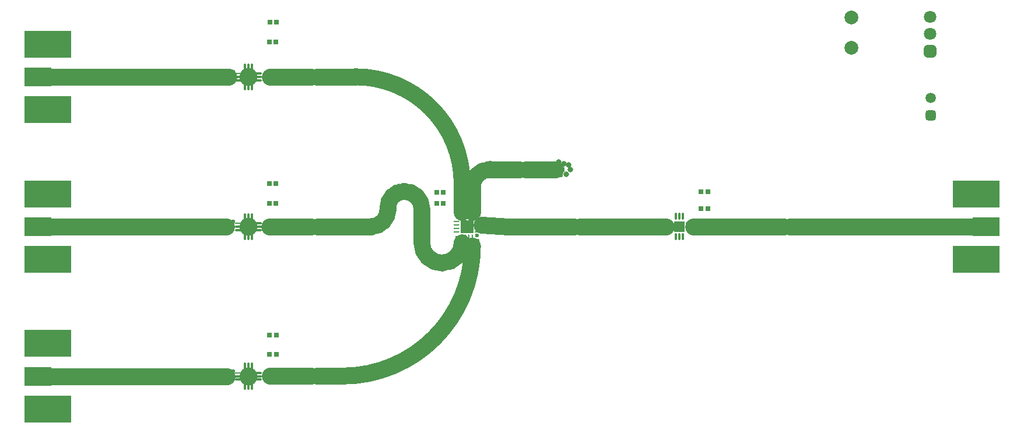
<source format=gts>
G04*
G04 #@! TF.GenerationSoftware,Altium Limited,Altium Designer,25.8.1 (18)*
G04*
G04 Layer_Color=8388736*
%FSLAX44Y44*%
%MOMM*%
G71*
G04*
G04 #@! TF.SameCoordinates,7FA5C237-9263-4F39-8F52-594564EE4E54*
G04*
G04*
G04 #@! TF.FilePolarity,Negative*
G04*
G01*
G75*
%ADD14R,0.6600X0.3600*%
%ADD15R,1.0191X0.2622*%
G04:AMPARAMS|DCode=16|XSize=1.0191mm|YSize=0.2622mm|CornerRadius=0.1311mm|HoleSize=0mm|Usage=FLASHONLY|Rotation=0.000|XOffset=0mm|YOffset=0mm|HoleType=Round|Shape=RoundedRectangle|*
%AMROUNDEDRECTD16*
21,1,1.0191,0.0000,0,0,0.0*
21,1,0.7569,0.2622,0,0,0.0*
1,1,0.2622,0.3785,0.0000*
1,1,0.2622,-0.3785,0.0000*
1,1,0.2622,-0.3785,0.0000*
1,1,0.2622,0.3785,0.0000*
%
%ADD16ROUNDEDRECTD16*%
G04:AMPARAMS|DCode=17|XSize=0.2622mm|YSize=1.0191mm|CornerRadius=0.1311mm|HoleSize=0mm|Usage=FLASHONLY|Rotation=0.000|XOffset=0mm|YOffset=0mm|HoleType=Round|Shape=RoundedRectangle|*
%AMROUNDEDRECTD17*
21,1,0.2622,0.7569,0,0,0.0*
21,1,0.0000,1.0191,0,0,0.0*
1,1,0.2622,0.0000,-0.3785*
1,1,0.2622,0.0000,-0.3785*
1,1,0.2622,0.0000,0.3785*
1,1,0.2622,0.0000,0.3785*
%
%ADD17ROUNDEDRECTD17*%
%ADD19R,0.7154X0.6725*%
G04:AMPARAMS|DCode=20|XSize=0.8461mm|YSize=0.2425mm|CornerRadius=0.1212mm|HoleSize=0mm|Usage=FLASHONLY|Rotation=270.000|XOffset=0mm|YOffset=0mm|HoleType=Round|Shape=RoundedRectangle|*
%AMROUNDEDRECTD20*
21,1,0.8461,0.0000,0,0,270.0*
21,1,0.6036,0.2425,0,0,270.0*
1,1,0.2425,0.0000,-0.3018*
1,1,0.2425,0.0000,0.3018*
1,1,0.2425,0.0000,0.3018*
1,1,0.2425,0.0000,-0.3018*
%
%ADD20ROUNDEDRECTD20*%
G04:AMPARAMS|DCode=21|XSize=0.2425mm|YSize=0.8461mm|CornerRadius=0.1212mm|HoleSize=0mm|Usage=FLASHONLY|Rotation=270.000|XOffset=0mm|YOffset=0mm|HoleType=Round|Shape=RoundedRectangle|*
%AMROUNDEDRECTD21*
21,1,0.2425,0.6036,0,0,270.0*
21,1,0.0000,0.8461,0,0,270.0*
1,1,0.2425,-0.3018,0.0000*
1,1,0.2425,-0.3018,0.0000*
1,1,0.2425,0.3018,0.0000*
1,1,0.2425,0.3018,0.0000*
%
%ADD21ROUNDEDRECTD21*%
%ADD23R,0.2425X0.8461*%
%ADD24C,2.4180*%
%ADD25R,1.5494X1.5494*%
%ADD26R,6.8000X4.0000*%
%ADD27R,1.9200X1.9200*%
%ADD28R,3.9000X2.7000*%
%ADD29C,2.4181*%
G04:AMPARAMS|DCode=30|XSize=1.8mm|YSize=1.8mm|CornerRadius=0.45mm|HoleSize=0mm|Usage=FLASHONLY|Rotation=270.000|XOffset=0mm|YOffset=0mm|HoleType=Round|Shape=RoundedRectangle|*
%AMROUNDEDRECTD30*
21,1,1.8000,0.9000,0,0,270.0*
21,1,0.9000,1.8000,0,0,270.0*
1,1,0.9000,-0.4500,-0.4500*
1,1,0.9000,-0.4500,0.4500*
1,1,0.9000,0.4500,0.4500*
1,1,0.9000,0.4500,-0.4500*
%
%ADD30ROUNDEDRECTD30*%
G04:AMPARAMS|DCode=31|XSize=1.5mm|YSize=1.5mm|CornerRadius=0.375mm|HoleSize=0mm|Usage=FLASHONLY|Rotation=270.000|XOffset=0mm|YOffset=0mm|HoleType=Round|Shape=RoundedRectangle|*
%AMROUNDEDRECTD31*
21,1,1.5000,0.7500,0,0,270.0*
21,1,0.7500,1.5000,0,0,270.0*
1,1,0.7500,-0.3750,-0.3750*
1,1,0.7500,-0.3750,0.3750*
1,1,0.7500,0.3750,0.3750*
1,1,0.7500,0.3750,-0.3750*
%
%ADD31ROUNDEDRECTD31*%
%ADD32C,1.8000*%
%ADD33C,2.0000*%
%ADD34C,1.5000*%
%ADD35C,0.8032*%
%ADD36C,0.6000*%
%ADD37C,2.6000*%
D14*
X286258Y499816D02*
D03*
Y508516D02*
D03*
X910590Y509048D02*
D03*
X286258Y726162D02*
D03*
Y291124D02*
D03*
X974852Y500070D02*
D03*
Y508770D02*
D03*
X910590Y500348D02*
D03*
X347980Y717208D02*
D03*
Y725908D02*
D03*
X286258Y717462D02*
D03*
X347980Y500038D02*
D03*
Y508738D02*
D03*
Y282360D02*
D03*
Y291060D02*
D03*
X286258Y282424D02*
D03*
D15*
X303033Y504928D02*
D03*
Y287504D02*
D03*
Y722352D02*
D03*
X928635Y505102D02*
D03*
D16*
X303033Y499928D02*
D03*
Y494928D02*
D03*
X331978D02*
D03*
Y499928D02*
D03*
Y504928D02*
D03*
X303033Y277504D02*
D03*
X331978D02*
D03*
Y287504D02*
D03*
X303033Y712352D02*
D03*
X331978D02*
D03*
Y722352D02*
D03*
X928635Y495102D02*
D03*
X957580D02*
D03*
Y505102D02*
D03*
Y500102D02*
D03*
X928635D02*
D03*
X331978Y717352D02*
D03*
X303033D02*
D03*
X331978Y282504D02*
D03*
X303033D02*
D03*
D17*
X312506Y485456D02*
D03*
X317506D02*
D03*
X322506D02*
D03*
Y514400D02*
D03*
X317506D02*
D03*
X312506D02*
D03*
Y268032D02*
D03*
X317506D02*
D03*
X322506D02*
D03*
Y296976D02*
D03*
X312506Y702880D02*
D03*
X317506D02*
D03*
X322506D02*
D03*
Y731824D02*
D03*
X938108Y485630D02*
D03*
X943108D02*
D03*
X948108D02*
D03*
Y514574D02*
D03*
X938108D02*
D03*
X943108D02*
D03*
X312506Y731824D02*
D03*
X317506D02*
D03*
X312506Y296976D02*
D03*
X317506D02*
D03*
D19*
X984210Y550648D02*
D03*
Y525756D02*
D03*
X357805Y796774D02*
D03*
X600416Y533884D02*
D03*
X357378Y767818D02*
D03*
Y562332D02*
D03*
Y533630D02*
D03*
X600416Y549378D02*
D03*
X357632Y314174D02*
D03*
Y341860D02*
D03*
X772536Y582906D02*
D03*
X762964D02*
D03*
X974638Y550648D02*
D03*
Y525756D02*
D03*
X408005Y717526D02*
D03*
X417576D02*
D03*
X348234Y796774D02*
D03*
X720050Y582906D02*
D03*
X710478D02*
D03*
X789472Y499951D02*
D03*
X799044D02*
D03*
X590844Y533884D02*
D03*
X347807Y767818D02*
D03*
Y562332D02*
D03*
Y533630D02*
D03*
X408178Y499848D02*
D03*
X417749D02*
D03*
X1094151Y500102D02*
D03*
X1103723D02*
D03*
X590844Y549378D02*
D03*
X408005Y282678D02*
D03*
X417576D02*
D03*
X348061Y314174D02*
D03*
Y341860D02*
D03*
D20*
X637500Y515330D02*
D03*
X632500D02*
D03*
Y484670D02*
D03*
X637500D02*
D03*
X627500Y515330D02*
D03*
X642500Y484670D02*
D03*
X627500D02*
D03*
D21*
X619670Y507500D02*
D03*
X650330Y492500D02*
D03*
Y497500D02*
D03*
Y507500D02*
D03*
X619670Y502500D02*
D03*
Y497500D02*
D03*
Y492500D02*
D03*
X650330Y502500D02*
D03*
D23*
X642500Y515330D02*
D03*
D24*
X569114Y525458D02*
G03*
X543526Y551047I-25589J0D01*
G01*
D02*
G03*
X519684Y527206I0J-23842D01*
G01*
X453526Y282678D02*
G03*
X642500Y471652I0J188974D01*
G01*
X627500Y562726D02*
G03*
X472559Y717526I-154800J0D01*
G01*
X495300Y499848D02*
G03*
X519684Y524232I0J24384D01*
G01*
X667900Y582906D02*
G03*
X642500Y557506I0J-25400D01*
G01*
X569114Y476236D02*
G03*
X627500Y476226I29193J-52D01*
G01*
X11500Y500000D02*
X285048D01*
X288798Y717426D02*
Y717462D01*
X1103773Y500051D02*
X1388500D01*
X348211Y717439D02*
X407918D01*
X11574Y717426D02*
X286222D01*
X417576Y717526D02*
X472539D01*
X472559Y717526D01*
X11500Y717500D02*
X11574Y717426D01*
X519684Y524232D02*
Y527206D01*
X407918Y717439D02*
X408005Y717526D01*
X1103723Y500102D02*
X1103773Y500051D01*
X694818Y499951D02*
X789472D01*
X417749Y499848D02*
X495300D01*
X408138Y499888D02*
X408178Y499848D01*
X348130Y499888D02*
X408138D01*
X407918Y282591D02*
X408005Y282678D01*
X417576D02*
X453526D01*
X667900Y582906D02*
X710478D01*
X569114Y476236D02*
Y525458D01*
X348211Y282591D02*
X407918D01*
D25*
X317506Y499928D02*
D03*
X943108Y500102D02*
D03*
X317506Y717352D02*
D03*
Y282504D02*
D03*
D26*
X1374000Y547500D02*
D03*
Y452500D02*
D03*
X26000D02*
D03*
Y547500D02*
D03*
Y670000D02*
D03*
Y765000D02*
D03*
Y235000D02*
D03*
Y330000D02*
D03*
D27*
X635000Y500000D02*
D03*
D28*
X11500D02*
D03*
X1388500Y500000D02*
D03*
X11500Y282500D02*
D03*
Y717500D02*
D03*
D29*
X642500Y557506D02*
X642504Y520869D01*
X627500Y562726D02*
X627504Y520869D01*
X655869Y502496D02*
X694818Y499951D01*
X11508Y282507D02*
X286258D01*
X799198Y500106D02*
X923097D01*
X963646Y500060D02*
X1094109D01*
X720050Y582906D02*
X762964D01*
D30*
X1306850Y754650D02*
D03*
D31*
X1308200Y661650D02*
D03*
D32*
X1306850Y779650D02*
D03*
Y804650D02*
D03*
D33*
X1192800Y759950D02*
D03*
X1193050Y804050D02*
D03*
D34*
X1308200Y686650D02*
D03*
D35*
X635000Y500064D02*
D03*
X943108D02*
D03*
X535979Y558296D02*
D03*
X768100Y593700D02*
D03*
X778652Y575676D02*
D03*
X784550Y582300D02*
D03*
X782300Y589300D02*
D03*
X775082Y591366D02*
D03*
D36*
X14478Y291846D02*
D03*
X6604D02*
D03*
X9771Y273902D02*
D03*
X17771D02*
D03*
X25652Y275278D02*
D03*
X33652D02*
D03*
X41652D02*
D03*
X49652D02*
D03*
X57652D02*
D03*
X65652D02*
D03*
X73652D02*
D03*
X81652D02*
D03*
X89652D02*
D03*
X97652D02*
D03*
X105652D02*
D03*
X113652D02*
D03*
X121652D02*
D03*
X129652D02*
D03*
X137652D02*
D03*
X145652D02*
D03*
X153652D02*
D03*
X161652D02*
D03*
X169652D02*
D03*
X177652D02*
D03*
X185652D02*
D03*
X193652D02*
D03*
X201652D02*
D03*
X209652D02*
D03*
X217652D02*
D03*
X225652D02*
D03*
X233652D02*
D03*
X241652D02*
D03*
X249652D02*
D03*
X257652D02*
D03*
X265652D02*
D03*
X273652D02*
D03*
X281652D02*
D03*
X289652Y275274D02*
D03*
X294890Y289734D02*
D03*
X278891Y289737D02*
D03*
X270891D02*
D03*
X262891D02*
D03*
X254891D02*
D03*
X246891D02*
D03*
X238891D02*
D03*
X230891D02*
D03*
X222891D02*
D03*
X214891D02*
D03*
X206891D02*
D03*
X198891D02*
D03*
X190891D02*
D03*
X182891D02*
D03*
X174891D02*
D03*
X166891D02*
D03*
X158891D02*
D03*
X150891D02*
D03*
X142891D02*
D03*
X134891D02*
D03*
X126891D02*
D03*
X118891D02*
D03*
X110891D02*
D03*
X102891D02*
D03*
X94891D02*
D03*
X86891D02*
D03*
X78891D02*
D03*
X70891D02*
D03*
X62891D02*
D03*
X54892D02*
D03*
X46891D02*
D03*
X38891D02*
D03*
X30891D02*
D03*
X22951Y290710D02*
D03*
X406146Y291138D02*
D03*
X398255Y289820D02*
D03*
X390255D02*
D03*
X382255D02*
D03*
X374255D02*
D03*
X366255D02*
D03*
X358255D02*
D03*
X343185Y275271D02*
D03*
X351184Y275362D02*
D03*
X359184D02*
D03*
X367184D02*
D03*
X375184D02*
D03*
X383184D02*
D03*
X391184D02*
D03*
X399184D02*
D03*
X407102Y274218D02*
D03*
X632865Y442537D02*
D03*
X631445Y434664D02*
D03*
X629582Y426884D02*
D03*
X627510Y419157D02*
D03*
X624984Y411566D02*
D03*
X622163Y404080D02*
D03*
X619102Y396689D02*
D03*
X615559Y389516D02*
D03*
X611823Y382442D02*
D03*
X607741Y375562D02*
D03*
X603329Y368889D02*
D03*
X598737Y362338D02*
D03*
X593717Y356109D02*
D03*
X588505Y350040D02*
D03*
X583054Y344185D02*
D03*
X577270Y338658D02*
D03*
X571339Y333289D02*
D03*
X565110Y328269D02*
D03*
X558680Y323509D02*
D03*
X552108Y318947D02*
D03*
X545242Y314842D02*
D03*
X538267Y310924D02*
D03*
X531113Y307343D02*
D03*
X523787Y304129D02*
D03*
X516377Y301114D02*
D03*
X508787Y298588D02*
D03*
X501116Y296316D02*
D03*
X493364Y294337D02*
D03*
X485508Y292830D02*
D03*
X477613Y291536D02*
D03*
X469659Y290681D02*
D03*
X461675Y290168D02*
D03*
X453681Y289883D02*
D03*
X445681Y289907D02*
D03*
X437681D02*
D03*
X429681D02*
D03*
X421758Y291018D02*
D03*
X413759Y291090D02*
D03*
X417266Y274218D02*
D03*
X425171Y275449D02*
D03*
X433171D02*
D03*
X441171D02*
D03*
X449171D02*
D03*
X457171Y275495D02*
D03*
X465166Y275781D02*
D03*
X473136Y276468D02*
D03*
X481090Y277323D02*
D03*
X488968Y278717D02*
D03*
X496819Y280251D02*
D03*
X504571Y282230D02*
D03*
X512254Y284457D02*
D03*
X519845Y286983D02*
D03*
X527300Y289886D02*
D03*
X534691Y292948D02*
D03*
X541858Y296503D02*
D03*
X548960Y300184D02*
D03*
X555840Y304266D02*
D03*
X562587Y308566D02*
D03*
X569158Y313129D02*
D03*
X575494Y318012D02*
D03*
X581724Y323032D02*
D03*
X587600Y328460D02*
D03*
X593379Y333992D02*
D03*
X598830Y339847D02*
D03*
X604094Y345872D02*
D03*
X609114Y352101D02*
D03*
X613820Y358570D02*
D03*
X618382Y365141D02*
D03*
X622494Y372004D02*
D03*
X626482Y378939D02*
D03*
X630063Y386093D02*
D03*
X633418Y393355D02*
D03*
X636480Y400746D02*
D03*
X639175Y408279D02*
D03*
X641701Y415869D02*
D03*
X643715Y423611D02*
D03*
X645591Y431389D02*
D03*
X647011Y439261D02*
D03*
X648187Y447174D02*
D03*
X649042Y455129D02*
D03*
X649508Y463115D02*
D03*
X649794Y471110D02*
D03*
X649726Y479110D02*
D03*
X648910Y487068D02*
D03*
X530074Y555200D02*
D03*
X523382Y550815D02*
D03*
X517945Y544947D02*
D03*
X514319Y537816D02*
D03*
X512621Y529999D02*
D03*
X512233Y522008D02*
D03*
X509412Y514522D02*
D03*
X503422Y509219D02*
D03*
X495702Y507120D02*
D03*
X487702Y507077D02*
D03*
X479702D02*
D03*
X471703D02*
D03*
X463703D02*
D03*
X455703D02*
D03*
X447703D02*
D03*
X439703D02*
D03*
X431703D02*
D03*
X423721Y507623D02*
D03*
X415751Y508308D02*
D03*
X415932Y491388D02*
D03*
X423892Y492187D02*
D03*
X431880Y492619D02*
D03*
X439880D02*
D03*
X447880D02*
D03*
X455880D02*
D03*
X463880D02*
D03*
X471880D02*
D03*
X479880D02*
D03*
X487880D02*
D03*
X495880Y492608D02*
D03*
X503791Y493801D02*
D03*
X511157Y496921D02*
D03*
X517530Y501757D02*
D03*
X522431Y508080D02*
D03*
X525650Y515404D02*
D03*
X526897Y523306D02*
D03*
X527492Y531284D02*
D03*
X531277Y538332D02*
D03*
X537928Y542778D02*
D03*
X545887Y543588D02*
D03*
X553419Y540891D02*
D03*
X559040Y535199D02*
D03*
X561673Y527644D02*
D03*
X561885Y519647D02*
D03*
Y511647D02*
D03*
Y503647D02*
D03*
Y495647D02*
D03*
Y487647D02*
D03*
Y479647D02*
D03*
X562170Y471652D02*
D03*
X564029Y463871D02*
D03*
X567578Y456701D02*
D03*
X572555Y450438D02*
D03*
X578817Y445460D02*
D03*
X585986Y441910D02*
D03*
X593767Y440048D02*
D03*
X601766Y439963D02*
D03*
X609605Y441561D02*
D03*
X616877Y444896D02*
D03*
X623290Y449678D02*
D03*
X628469Y455775D02*
D03*
X632170Y462868D02*
D03*
X634299Y470579D02*
D03*
X620775Y483375D02*
D03*
X620191Y475396D02*
D03*
X618429Y467593D02*
D03*
X614032Y460909D02*
D03*
X607489Y456307D02*
D03*
X599731Y454351D02*
D03*
X591782Y455251D02*
D03*
X584723Y459015D02*
D03*
X579471Y465050D02*
D03*
X576681Y472547D02*
D03*
X576343Y480540D02*
D03*
Y488540D02*
D03*
Y496540D02*
D03*
Y504540D02*
D03*
Y512540D02*
D03*
Y520540D02*
D03*
X576161Y528538D02*
D03*
X574487Y536361D02*
D03*
X570903Y543513D02*
D03*
X565720Y549607D02*
D03*
X559226Y554279D02*
D03*
X551773Y557187D02*
D03*
X543850Y558296D02*
D03*
X406003Y508308D02*
D03*
X398093Y507117D02*
D03*
X390093D02*
D03*
X382093D02*
D03*
X374093D02*
D03*
X366093D02*
D03*
X358093D02*
D03*
X359377Y492659D02*
D03*
X367377D02*
D03*
X375377D02*
D03*
X383377D02*
D03*
X391377D02*
D03*
X399377D02*
D03*
X407275Y491388D02*
D03*
X12977Y508598D02*
D03*
X4977D02*
D03*
X9784Y491402D02*
D03*
X17784D02*
D03*
X25666Y492771D02*
D03*
X33666D02*
D03*
X41666D02*
D03*
X49666D02*
D03*
X57666D02*
D03*
X65666D02*
D03*
X73666D02*
D03*
X81666D02*
D03*
X89666D02*
D03*
X97666D02*
D03*
X105666D02*
D03*
X113666D02*
D03*
X121666D02*
D03*
X129666D02*
D03*
X137666D02*
D03*
X145666D02*
D03*
X153666D02*
D03*
X161665D02*
D03*
X169666D02*
D03*
X177666D02*
D03*
X185665D02*
D03*
X193665D02*
D03*
X201665D02*
D03*
X209665D02*
D03*
X217665D02*
D03*
X225665D02*
D03*
X233665D02*
D03*
X241665D02*
D03*
X249665D02*
D03*
X257665D02*
D03*
X265665D02*
D03*
X273665D02*
D03*
X281665D02*
D03*
X289665Y492837D02*
D03*
X294890Y507297D02*
D03*
X278890Y507229D02*
D03*
X270890D02*
D03*
X262890D02*
D03*
X254890D02*
D03*
X246890D02*
D03*
X238890D02*
D03*
X230890D02*
D03*
X222890D02*
D03*
X214890D02*
D03*
X206890D02*
D03*
X198890D02*
D03*
X190890D02*
D03*
X182890D02*
D03*
X174890D02*
D03*
X166890D02*
D03*
X158890D02*
D03*
X150890D02*
D03*
X142890D02*
D03*
X134890D02*
D03*
X126890D02*
D03*
X118890D02*
D03*
X110890D02*
D03*
X102890D02*
D03*
X94890D02*
D03*
X86890D02*
D03*
X78890D02*
D03*
X70890D02*
D03*
X62890D02*
D03*
X54890D02*
D03*
X46891D02*
D03*
X38891D02*
D03*
X30891D02*
D03*
X22951Y508210D02*
D03*
X406146Y725986D02*
D03*
X398255Y724668D02*
D03*
X390255D02*
D03*
X382255D02*
D03*
X374255D02*
D03*
X366255D02*
D03*
X358255D02*
D03*
X359184Y710210D02*
D03*
X367184D02*
D03*
X375184D02*
D03*
X383184D02*
D03*
X391184D02*
D03*
X399184D02*
D03*
X407102Y709066D02*
D03*
X414986Y710425D02*
D03*
X413532Y725598D02*
D03*
X14224Y726186D02*
D03*
X6604Y726098D02*
D03*
X9778Y708902D02*
D03*
X17778D02*
D03*
X25672Y710197D02*
D03*
X33672D02*
D03*
X41672D02*
D03*
X49672D02*
D03*
X57672D02*
D03*
X65672D02*
D03*
X73672D02*
D03*
X81672D02*
D03*
X89672D02*
D03*
X97672D02*
D03*
X105672D02*
D03*
X113672D02*
D03*
X121672D02*
D03*
X129672D02*
D03*
X137672D02*
D03*
X145672D02*
D03*
X153672D02*
D03*
X161672D02*
D03*
X169672D02*
D03*
X177672D02*
D03*
X185672D02*
D03*
X193672D02*
D03*
X201672D02*
D03*
X209672D02*
D03*
X217672D02*
D03*
X225672D02*
D03*
X233672D02*
D03*
X241672D02*
D03*
X249672D02*
D03*
X257672D02*
D03*
X265672D02*
D03*
X273672D02*
D03*
X281672D02*
D03*
X289671Y710122D02*
D03*
X294880Y724582D02*
D03*
X278881Y724655D02*
D03*
X270881D02*
D03*
X262880D02*
D03*
X254881D02*
D03*
X246881D02*
D03*
X238881D02*
D03*
X230881D02*
D03*
X222881D02*
D03*
X214881D02*
D03*
X206881D02*
D03*
X198881D02*
D03*
X190881D02*
D03*
X182881D02*
D03*
X174881D02*
D03*
X166881D02*
D03*
X158881D02*
D03*
X150881D02*
D03*
X142881D02*
D03*
X134881D02*
D03*
X126881D02*
D03*
X118881D02*
D03*
X110881D02*
D03*
X102881D02*
D03*
X94881D02*
D03*
X86881D02*
D03*
X78881D02*
D03*
X70881D02*
D03*
X62881D02*
D03*
X54881D02*
D03*
X46881D02*
D03*
X38881D02*
D03*
X30881D02*
D03*
X22951Y725710D02*
D03*
X1392702Y508598D02*
D03*
X1384702D02*
D03*
X1376725Y507993D02*
D03*
X1368757Y507280D02*
D03*
X1360757D02*
D03*
X1352757D02*
D03*
X1344757D02*
D03*
X1336757D02*
D03*
X1328757D02*
D03*
X1320757D02*
D03*
X1312757D02*
D03*
X1304757D02*
D03*
X1296757D02*
D03*
X1288757D02*
D03*
X1280757D02*
D03*
X1272757D02*
D03*
X1264757D02*
D03*
X1256757D02*
D03*
X1248757D02*
D03*
X1240757D02*
D03*
X1232757D02*
D03*
X1224757D02*
D03*
X1216757D02*
D03*
X1208757D02*
D03*
X1200757D02*
D03*
X1192757D02*
D03*
X1184757D02*
D03*
X1176757D02*
D03*
X1168757D02*
D03*
X1160757D02*
D03*
X1152757D02*
D03*
X1144757D02*
D03*
X1136757D02*
D03*
X1128757D02*
D03*
X1120757D02*
D03*
X1112757D02*
D03*
X1104861Y508562D02*
D03*
X1096954Y507345D02*
D03*
X1098018Y492148D02*
D03*
X1106003Y491642D02*
D03*
X1113915Y492822D02*
D03*
X1121915D02*
D03*
X1129915D02*
D03*
X1137915D02*
D03*
X1145915D02*
D03*
X1153915D02*
D03*
X1161915D02*
D03*
X1169915D02*
D03*
X1177915D02*
D03*
X1185915D02*
D03*
X1193915D02*
D03*
X1201915D02*
D03*
X1209915D02*
D03*
X1217915D02*
D03*
X1225915D02*
D03*
X1233915D02*
D03*
X1241915D02*
D03*
X1249915D02*
D03*
X1257915D02*
D03*
X1265915D02*
D03*
X1273914D02*
D03*
X1281915D02*
D03*
X1289915D02*
D03*
X1297914D02*
D03*
X1305914D02*
D03*
X1313914D02*
D03*
X1321915D02*
D03*
X1329914D02*
D03*
X1337914D02*
D03*
X1345914D02*
D03*
X1353914D02*
D03*
X1361914D02*
D03*
X1369914D02*
D03*
X1377826Y491636D02*
D03*
X1385822Y491402D02*
D03*
X1393822D02*
D03*
X1083290Y507290D02*
D03*
X1075290D02*
D03*
X1067290D02*
D03*
X1059290D02*
D03*
X1051290D02*
D03*
X1043290D02*
D03*
X1035290D02*
D03*
X1027290D02*
D03*
X1019290D02*
D03*
X1011290D02*
D03*
X1003290D02*
D03*
X995290D02*
D03*
X987290D02*
D03*
X973337Y492830D02*
D03*
X981337D02*
D03*
X989337D02*
D03*
X997337D02*
D03*
X1005337D02*
D03*
X1013337D02*
D03*
X1021337D02*
D03*
X1029337D02*
D03*
X1037337D02*
D03*
X1045337D02*
D03*
X1053337D02*
D03*
X1061337D02*
D03*
X1069337D02*
D03*
X1077337D02*
D03*
X1085337D02*
D03*
X794458Y508211D02*
D03*
X791567Y493426D02*
D03*
X799330Y491491D02*
D03*
X807209Y492876D02*
D03*
X815209D02*
D03*
X823209D02*
D03*
X831209D02*
D03*
X839209D02*
D03*
X847209D02*
D03*
X855209D02*
D03*
X863209D02*
D03*
X871209D02*
D03*
X879209D02*
D03*
X887209D02*
D03*
X895209D02*
D03*
X903209D02*
D03*
X911209D02*
D03*
X919209D02*
D03*
X900541Y507335D02*
D03*
X892541D02*
D03*
X884541D02*
D03*
X876541D02*
D03*
X868541D02*
D03*
X860541D02*
D03*
X852541D02*
D03*
X844541D02*
D03*
X836542D02*
D03*
X828541D02*
D03*
X820542D02*
D03*
X812542D02*
D03*
X804571Y508024D02*
D03*
X684030Y507901D02*
D03*
X676047Y508423D02*
D03*
X668064Y508945D02*
D03*
X663919Y494725D02*
D03*
X671902Y494204D02*
D03*
X679885Y493682D02*
D03*
X687868Y493160D02*
D03*
X695856Y492722D02*
D03*
X703856D02*
D03*
X711856D02*
D03*
X719856D02*
D03*
X727856D02*
D03*
X735856D02*
D03*
X743856D02*
D03*
X751856D02*
D03*
X759856D02*
D03*
X767856D02*
D03*
X775856D02*
D03*
X783820Y491963D02*
D03*
X783061Y507433D02*
D03*
X775065Y507180D02*
D03*
X767065D02*
D03*
X759065D02*
D03*
X751065D02*
D03*
X743065D02*
D03*
X735065D02*
D03*
X727065D02*
D03*
X719065D02*
D03*
X711065D02*
D03*
X703065D02*
D03*
X695065D02*
D03*
X424098Y710118D02*
D03*
X432096Y710297D02*
D03*
X440096D02*
D03*
X448096D02*
D03*
X456096D02*
D03*
X464096D02*
D03*
X472096D02*
D03*
X480092Y710034D02*
D03*
X488068Y709421D02*
D03*
X496011Y708464D02*
D03*
X503857Y706903D02*
D03*
X511624Y704987D02*
D03*
X519301Y702735D02*
D03*
X526806Y699967D02*
D03*
X534153Y696799D02*
D03*
X541354Y693316D02*
D03*
X548334Y689407D02*
D03*
X555059Y685074D02*
D03*
X561590Y680454D02*
D03*
X567873Y675501D02*
D03*
X573794Y670121D02*
D03*
X579476Y664490D02*
D03*
X584906Y658615D02*
D03*
X589861Y652334D02*
D03*
X594540Y645845D02*
D03*
X598933Y639159D02*
D03*
X602842Y632179D02*
D03*
X606390Y625009D02*
D03*
X609623Y617692D02*
D03*
X612392Y610186D02*
D03*
X614712Y602530D02*
D03*
X616698Y594780D02*
D03*
X618259Y586934D02*
D03*
X619288Y579001D02*
D03*
X619972Y571030D02*
D03*
X620287Y563036D02*
D03*
X620271Y555036D02*
D03*
X620272Y547036D02*
D03*
X620272Y539036D02*
D03*
X620273Y531036D02*
D03*
X620274Y523036D02*
D03*
X620838Y515056D02*
D03*
X634733Y522865D02*
D03*
X634732Y530865D02*
D03*
X634732Y538865D02*
D03*
X634731Y546865D02*
D03*
X634730Y554865D02*
D03*
X634795Y562864D02*
D03*
X634493Y570859D02*
D03*
X633912Y578837D02*
D03*
X632971Y586782D02*
D03*
X631512Y594648D02*
D03*
X629800Y602462D02*
D03*
X627629Y610162D02*
D03*
X625064Y617740D02*
D03*
X622257Y625231D02*
D03*
X618908Y632496D02*
D03*
X615291Y639632D02*
D03*
X611382Y646612D02*
D03*
X606999Y653304D02*
D03*
X602403Y659852D02*
D03*
X597450Y666135D02*
D03*
X592159Y672135D02*
D03*
X586677Y677962D02*
D03*
X580802Y683392D02*
D03*
X574711Y688578D02*
D03*
X568428Y693531D02*
D03*
X561801Y698012D02*
D03*
X555033Y702277D02*
D03*
X548054Y706186D02*
D03*
X540856Y709678D02*
D03*
X533550Y712937D02*
D03*
X526044Y715706D02*
D03*
X518423Y718138D02*
D03*
X510722Y720307D02*
D03*
X502879Y721884D02*
D03*
X494990Y723206D02*
D03*
X487045Y724147D02*
D03*
X479057Y724589D02*
D03*
X471059Y724755D02*
D03*
X463059D02*
D03*
X455059D02*
D03*
X447059D02*
D03*
X439059D02*
D03*
X431059D02*
D03*
X423104Y725598D02*
D03*
X700788Y590135D02*
D03*
X692788D02*
D03*
X684788D02*
D03*
X676788D02*
D03*
X668788D02*
D03*
X660830Y589323D02*
D03*
X653278Y586683D02*
D03*
X646646Y582209D02*
D03*
X641217Y576333D02*
D03*
X649732Y531526D02*
D03*
X649731Y539526D02*
D03*
X649731Y547526D02*
D03*
X649730Y555526D02*
D03*
X650805Y563453D02*
D03*
X654984Y570275D02*
D03*
X661752Y574540D02*
D03*
X669671Y575677D02*
D03*
X677671D02*
D03*
X685671D02*
D03*
X693671D02*
D03*
X701671D02*
D03*
X761092Y591366D02*
D03*
X753187Y590136D02*
D03*
X745187D02*
D03*
X737187D02*
D03*
X729187D02*
D03*
X721282Y591366D02*
D03*
X713367Y590206D02*
D03*
X714271Y575001D02*
D03*
X722252Y574446D02*
D03*
X730157Y575676D02*
D03*
X738157D02*
D03*
X746157D02*
D03*
X754157D02*
D03*
X762061Y574446D02*
D03*
X771266D02*
D03*
D37*
X6604Y240636D02*
D03*
Y229460D02*
D03*
X16510D02*
D03*
Y240636D02*
D03*
X26416D02*
D03*
Y229460D02*
D03*
X36322Y240636D02*
D03*
Y229460D02*
D03*
X46228Y240636D02*
D03*
Y229460D02*
D03*
X6604Y335636D02*
D03*
Y324460D02*
D03*
X16510D02*
D03*
Y335636D02*
D03*
X26416D02*
D03*
Y324460D02*
D03*
X36322Y335636D02*
D03*
Y324460D02*
D03*
X46228Y335636D02*
D03*
Y324460D02*
D03*
X6604Y458136D02*
D03*
Y446960D02*
D03*
X16510D02*
D03*
Y458136D02*
D03*
X26416D02*
D03*
Y446960D02*
D03*
X36322Y458136D02*
D03*
Y446960D02*
D03*
X46228Y458136D02*
D03*
Y446960D02*
D03*
X6604Y553136D02*
D03*
Y541960D02*
D03*
X16510D02*
D03*
Y553136D02*
D03*
X26416D02*
D03*
Y541960D02*
D03*
X36322Y553136D02*
D03*
Y541960D02*
D03*
X46228Y553136D02*
D03*
Y541960D02*
D03*
X6604Y675636D02*
D03*
Y664460D02*
D03*
X16510D02*
D03*
Y675636D02*
D03*
X26416D02*
D03*
Y664460D02*
D03*
X36322Y675636D02*
D03*
Y664460D02*
D03*
X46228Y675636D02*
D03*
Y664460D02*
D03*
Y759460D02*
D03*
Y770636D02*
D03*
X36322Y759460D02*
D03*
Y770636D02*
D03*
X26416Y759460D02*
D03*
Y770636D02*
D03*
X16510D02*
D03*
Y759460D02*
D03*
X6604D02*
D03*
Y770636D02*
D03*
X317506Y282504D02*
D03*
Y717352D02*
D03*
Y499928D02*
D03*
X1394215Y446960D02*
D03*
Y458136D02*
D03*
X1384309Y446960D02*
D03*
Y458136D02*
D03*
X1374403Y446960D02*
D03*
Y458136D02*
D03*
X1364497D02*
D03*
Y446960D02*
D03*
X1354591D02*
D03*
Y458136D02*
D03*
X1394215Y541960D02*
D03*
Y553136D02*
D03*
X1384309Y541960D02*
D03*
Y553136D02*
D03*
X1374403Y541960D02*
D03*
Y553136D02*
D03*
X1364497D02*
D03*
Y541960D02*
D03*
X1354591D02*
D03*
Y553136D02*
D03*
M02*

</source>
